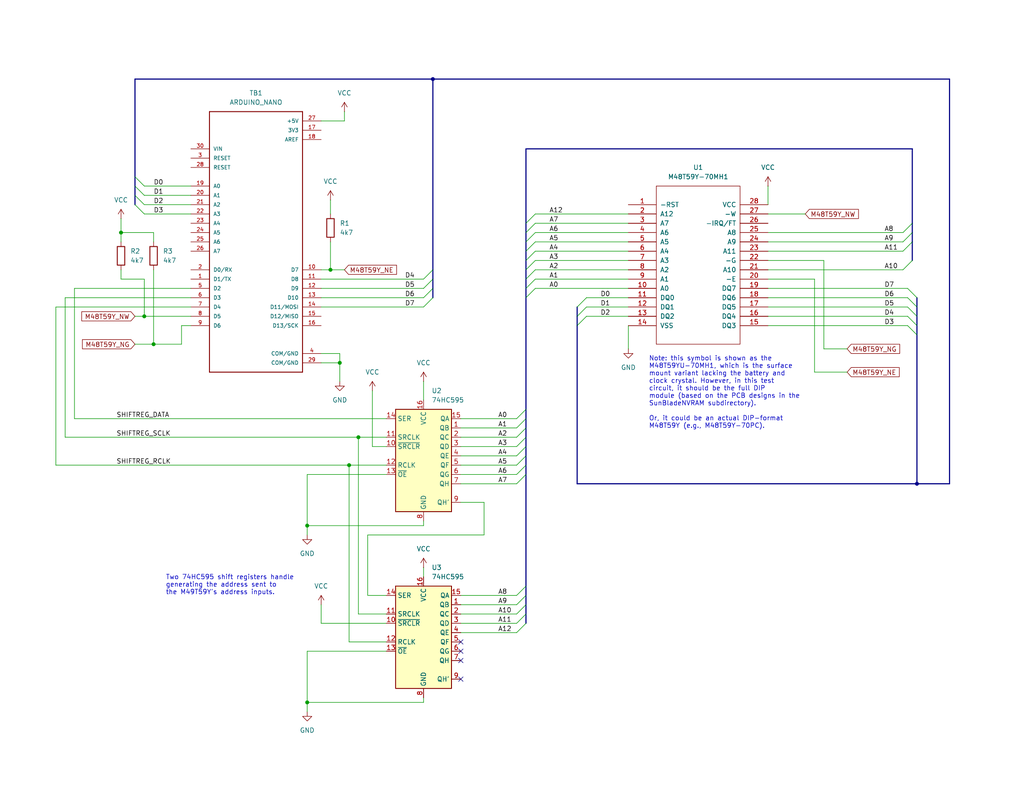
<source format=kicad_sch>
(kicad_sch (version 20231120) (generator "eeschema") (generator_version "8.0")
  (paper "USLetter")
  (title_block (title "SunBladeNVRAM test circuit") (company "daveho hacks"))
  (lib_symbols
    (symbol "74xx:74HC595"
      (property "Reference" "U" (at -7.62 13.97 0))
      (property "Value" "74HC595" (at -7.62 -16.51 0))
      (symbol "74HC595_1_0"
        (pin tri_state line (at 10.16 7.62 180) (length 2.54) (name "QB") (number "1"))
        (pin input line (at -10.16 2.54 0) (length 2.54) (name "~{SRCLR}") (number "10"))
        (pin input line (at -10.16 5.08 0) (length 2.54) (name "SRCLK") (number "11"))
        (pin input line (at -10.16 -2.54 0) (length 2.54) (name "RCLK") (number "12"))
        (pin input line (at -10.16 -5.08 0) (length 2.54) (name "~{OE}") (number "13"))
        (pin input line (at -10.16 10.16 0) (length 2.54) (name "SER") (number "14"))
        (pin tri_state line (at 10.16 10.16 180) (length 2.54) (name "QA") (number "15"))
        (pin power_in line (at 0 15.24 270) (length 2.54) (name "VCC") (number "16"))
        (pin tri_state line (at 10.16 5.08 180) (length 2.54) (name "QC") (number "2"))
        (pin tri_state line (at 10.16 2.54 180) (length 2.54) (name "QD") (number "3"))
        (pin tri_state line (at 10.16 0 180) (length 2.54) (name "QE") (number "4"))
        (pin tri_state line (at 10.16 -2.54 180) (length 2.54) (name "QF") (number "5"))
        (pin tri_state line (at 10.16 -5.08 180) (length 2.54) (name "QG") (number "6"))
        (pin tri_state line (at 10.16 -7.62 180) (length 2.54) (name "QH") (number "7"))
        (pin power_in line (at 0 -17.78 90) (length 2.54) (name "GND") (number "8"))
        (pin output line (at 10.16 -12.7 180) (length 2.54) (name "QH'") (number "9"))
      )
      (symbol "74HC595_1_1"
        (rectangle (start -7.62 12.7) (end 7.62 -15.24) (stroke (width 0.254)) (fill (type background)))
      )
    )
    (symbol "ARDUINO_NANO:ARDUINO_NANO" (pin_names (offset 1.016))
      (property "Reference" "TB" (at -12.7 35.56 0))
      (property "Value" "ARDUINO_NANO" (at -12.7 -38.1 0))
      (symbol "ARDUINO_NANO_0_0"
        (polyline (pts (xy -12.7 -35.56) (xy 12.7 -35.56)) (stroke (width 0.254)))
        (polyline (pts (xy -12.7 35.56) (xy -12.7 -35.56)) (stroke (width 0.254)))
        (polyline (pts (xy 12.7 -35.56) (xy 12.7 35.56)) (stroke (width 0.254)))
        (polyline (pts (xy 12.7 35.56) (xy -12.7 35.56)) (stroke (width 0.254)))
        (pin bidirectional line (at -17.78 -10.16 0) (length 5.08) (name "D1/TX") (number "1"))
        (pin bidirectional line (at 17.78 -7.62 180) (length 5.08) (name "D7") (number "10"))
        (pin bidirectional line (at 17.78 -10.16 180) (length 5.08) (name "D8") (number "11"))
        (pin bidirectional line (at 17.78 -12.7 180) (length 5.08) (name "D9") (number "12"))
        (pin bidirectional line (at 17.78 -15.24 180) (length 5.08) (name "D10") (number "13"))
        (pin bidirectional line (at 17.78 -17.78 180) (length 5.08) (name "D11/MOSI") (number "14"))
        (pin bidirectional line (at 17.78 -20.32 180) (length 5.08) (name "D12/MISO") (number "15"))
        (pin bidirectional line (at 17.78 -22.86 180) (length 5.08) (name "D13/SCK") (number "16"))
        (pin power_in line (at 17.78 30.48 180) (length 5.08) (name "3V3") (number "17"))
        (pin power_in line (at 17.78 27.94 180) (length 5.08) (name "AREF") (number "18"))
        (pin input line (at -17.78 15.24 0) (length 5.08) (name "A0") (number "19"))
        (pin bidirectional line (at -17.78 -7.62 0) (length 5.08) (name "D0/RX") (number "2"))
        (pin input line (at -17.78 12.7 0) (length 5.08) (name "A1") (number "20"))
        (pin input line (at -17.78 10.16 0) (length 5.08) (name "A2") (number "21"))
        (pin input line (at -17.78 7.62 0) (length 5.08) (name "A3") (number "22"))
        (pin input line (at -17.78 5.08 0) (length 5.08) (name "A4") (number "23"))
        (pin input line (at -17.78 2.54 0) (length 5.08) (name "A5") (number "24"))
        (pin input line (at -17.78 0 0) (length 5.08) (name "A6") (number "25"))
        (pin input line (at -17.78 -2.54 0) (length 5.08) (name "A7") (number "26"))
        (pin power_in line (at 17.78 33.02 180) (length 5.08) (name "+5V") (number "27"))
        (pin input line (at -17.78 20.32 0) (length 5.08) (name "RESET") (number "28"))
        (pin power_in line (at 17.78 -33.02 180) (length 5.08) (name "COM/GND") (number "29"))
        (pin input line (at -17.78 22.86 0) (length 5.08) (name "RESET") (number "3"))
        (pin input line (at -17.78 25.4 0) (length 5.08) (name "VIN") (number "30"))
        (pin power_in line (at 17.78 -30.48 180) (length 5.08) (name "COM/GND") (number "4"))
        (pin bidirectional line (at -17.78 -12.7 0) (length 5.08) (name "D2") (number "5"))
        (pin bidirectional line (at -17.78 -15.24 0) (length 5.08) (name "D3") (number "6"))
        (pin bidirectional line (at -17.78 -17.78 0) (length 5.08) (name "D4") (number "7"))
        (pin bidirectional line (at -17.78 -20.32 0) (length 5.08) (name "D5") (number "8"))
        (pin bidirectional line (at -17.78 -22.86 0) (length 5.08) (name "D6") (number "9"))
      )
    )
    (symbol "Device:R" (pin_numbers hide) (pin_names (offset 0))
      (property "Reference" "R" (at 2.032 0 90))
      (property "Value" "R" (at 0 0 90))
      (symbol "R_0_1"
        (rectangle (start -1.016 -2.54) (end 1.016 2.54) (stroke (width 0.254)))
      )
      (symbol "R_1_1"
        (pin passive line (at 0 3.81 270) (length 1.27) (name "~") (number "1"))
        (pin passive line (at 0 -3.81 90) (length 1.27) (name "~") (number "2"))
      )
    )
    (symbol "M48T59Y-70MH1:M48T59Y-70MH1" (pin_names (offset 1.016))
      (property "Reference" "U" (at 0 -2.54 0))
      (property "Value" "M48T59Y-70MH1" (at 0 2.54 0))
      (symbol "M48T59Y-70MH1_1_0"
        (rectangle (start -11.43 -21.59) (end 11.43 21.59))
      )
      (symbol "M48T59Y-70MH1_1_1"
        (pin input line (at -19.05 16.51 0) (length 7.62) (name "-RST") (number "1"))
        (pin input line (at -19.05 -6.35 0) (length 7.62) (name "A0") (number "10"))
        (pin bidirectional line (at -19.05 -8.89 0) (length 7.62) (name "DQ0") (number "11"))
        (pin bidirectional line (at -19.05 -11.43 0) (length 7.62) (name "DQ1") (number "12"))
        (pin bidirectional line (at -19.05 -13.97 0) (length 7.62) (name "DQ2") (number "13"))
        (pin power_in line (at -19.05 -16.51 0) (length 7.62) (name "VSS") (number "14"))
        (pin bidirectional line (at 19.05 -16.51 180) (length 7.62) (name "DQ3") (number "15"))
        (pin bidirectional line (at 19.05 -13.97 180) (length 7.62) (name "DQ4") (number "16"))
        (pin bidirectional line (at 19.05 -11.43 180) (length 7.62) (name "DQ5") (number "17"))
        (pin bidirectional line (at 19.05 -8.89 180) (length 7.62) (name "DQ6") (number "18"))
        (pin bidirectional line (at 19.05 -6.35 180) (length 7.62) (name "DQ7") (number "19"))
        (pin input line (at -19.05 13.97 0) (length 7.62) (name "A12") (number "2"))
        (pin input line (at 19.05 -3.81 180) (length 7.62) (name "-E") (number "20"))
        (pin input line (at 19.05 -1.27 180) (length 7.62) (name "A10") (number "21"))
        (pin input line (at 19.05 1.27 180) (length 7.62) (name "-G") (number "22"))
        (pin input line (at 19.05 3.81 180) (length 7.62) (name "A11") (number "23"))
        (pin input line (at 19.05 6.35 180) (length 7.62) (name "A9") (number "24"))
        (pin input line (at 19.05 8.89 180) (length 7.62) (name "A8") (number "25"))
        (pin output line (at 19.05 11.43 180) (length 7.62) (name "-IRQ/FT") (number "26"))
        (pin input line (at 19.05 13.97 180) (length 7.62) (name "-W") (number "27"))
        (pin power_in line (at 19.05 16.51 180) (length 7.62) (name "VCC") (number "28"))
        (pin input line (at -19.05 11.43 0) (length 7.62) (name "A7") (number "3"))
        (pin input line (at -19.05 8.89 0) (length 7.62) (name "A6") (number "4"))
        (pin input line (at -19.05 6.35 0) (length 7.62) (name "A5") (number "5"))
        (pin input line (at -19.05 3.81 0) (length 7.62) (name "A4") (number "6"))
        (pin input line (at -19.05 1.27 0) (length 7.62) (name "A3") (number "7"))
        (pin input line (at -19.05 -1.27 0) (length 7.62) (name "A2") (number "8"))
        (pin input line (at -19.05 -3.81 0) (length 7.62) (name "A1") (number "9"))
      )
    )
    (symbol "power:GND" (power) (pin_numbers hide) (pin_names (offset 0) hide)
      (property "Value" "GND" (at 0 -3.81 0))
      (symbol "GND_0_1"
        (polyline (pts (xy 0 0) (xy 0 -1.27) (xy 1.27 -1.27) (xy 0 -2.54) (xy -1.27 -1.27) (xy 0 -1.27)))
      )
      (symbol "GND_1_1"
        (pin power_in line (at 0 0 270) (length 0) (name "~") (number "1"))
      )
    )
    (symbol "power:VCC" (power) (pin_numbers hide) (pin_names (offset 0) hide)
      (property "Value" "VCC" (at 0 3.556 0))
      (symbol "VCC_0_1"
        (polyline (pts (xy -0.762 1.27) (xy 0 2.54)))
        (polyline (pts (xy 0 0) (xy 0 2.54)))
        (polyline (pts (xy 0 2.54) (xy 0.762 1.27)))
      )
      (symbol "VCC_1_1"
        (pin power_in line (at 0 0 90) (length 0) (name "~") (number "1"))
      )
    )
  )
  (junction (at 33.02 63.5))
  (junction (at 39.37 86.36))
  (junction (at 250.19 132.08))
  (junction (at 83.82 143.51))
  (junction (at 90.17 73.66))
  (junction (at 92.71 99.06))
  (junction (at 97.79 119.38))
  (junction (at 83.82 191.77))
  (junction (at 118.11 21.59))
  (junction (at 95.25 127))
  (junction (at 41.91 93.98))
  (no_connect (at 125.73 175.26))
  (no_connect (at 125.73 180.34))
  (no_connect (at 125.73 177.8))
  (no_connect (at 125.73 185.42))
  (bus_entry (at 140.97 162.56) (size 2.54 -2.54))
  (bus_entry (at 247.65 88.9) (size 2.54 2.54))
  (bus_entry (at 157.48 86.36) (size 2.54 -2.54))
  (bus_entry (at 157.48 83.82) (size 2.54 -2.54))
  (bus_entry (at 140.97 127) (size 2.54 -2.54))
  (bus_entry (at 143.51 63.5) (size 2.54 -2.54))
  (bus_entry (at 140.97 124.46) (size 2.54 -2.54))
  (bus_entry (at 246.38 66.04) (size 2.54 -2.54))
  (bus_entry (at 36.83 48.26) (size 2.54 2.54))
  (bus_entry (at 143.51 81.28) (size 2.54 -2.54))
  (bus_entry (at 246.38 63.5) (size 2.54 -2.54))
  (bus_entry (at 143.51 76.2) (size 2.54 -2.54))
  (bus_entry (at 36.83 55.88) (size 2.54 2.54))
  (bus_entry (at 247.65 83.82) (size 2.54 2.54))
  (bus_entry (at 115.57 81.28) (size 2.54 -2.54))
  (bus_entry (at 115.57 76.2) (size 2.54 -2.54))
  (bus_entry (at 36.83 50.8) (size 2.54 2.54))
  (bus_entry (at 143.51 71.12) (size 2.54 -2.54))
  (bus_entry (at 247.65 78.74) (size 2.54 2.54))
  (bus_entry (at 246.38 68.58) (size 2.54 -2.54))
  (bus_entry (at 157.48 88.9) (size 2.54 -2.54))
  (bus_entry (at 140.97 114.3) (size 2.54 -2.54))
  (bus_entry (at 36.83 53.34) (size 2.54 2.54))
  (bus_entry (at 143.51 60.96) (size 2.54 -2.54))
  (bus_entry (at 140.97 121.92) (size 2.54 -2.54))
  (bus_entry (at 143.51 66.04) (size 2.54 -2.54))
  (bus_entry (at 143.51 78.74) (size 2.54 -2.54))
  (bus_entry (at 247.65 81.28) (size 2.54 2.54))
  (bus_entry (at 140.97 172.72) (size 2.54 -2.54))
  (bus_entry (at 115.57 78.74) (size 2.54 -2.54))
  (bus_entry (at 143.51 73.66) (size 2.54 -2.54))
  (bus_entry (at 246.38 73.66) (size 2.54 -2.54))
  (bus_entry (at 140.97 165.1) (size 2.54 -2.54))
  (bus_entry (at 140.97 116.84) (size 2.54 -2.54))
  (bus_entry (at 140.97 132.08) (size 2.54 -2.54))
  (bus_entry (at 143.51 68.58) (size 2.54 -2.54))
  (bus_entry (at 140.97 129.54) (size 2.54 -2.54))
  (bus_entry (at 140.97 167.64) (size 2.54 -2.54))
  (bus_entry (at 115.57 83.82) (size 2.54 -2.54))
  (bus_entry (at 140.97 119.38) (size 2.54 -2.54))
  (bus_entry (at 247.65 86.36) (size 2.54 2.54))
  (bus_entry (at 140.97 170.18) (size 2.54 -2.54))
  (wire (pts (xy 209.55 83.82) (xy 247.65 83.82)))
  (bus (pts (xy 143.51 40.64) (xy 143.51 60.96)))
  (bus (pts (xy 157.48 83.82) (xy 157.48 86.36)))
  (wire (pts (xy 33.02 63.5) (xy 33.02 66.04)))
  (wire (pts (xy 125.73 127) (xy 140.97 127)))
  (bus (pts (xy 143.51 127) (xy 143.51 129.54)))
  (wire (pts (xy 146.05 66.04) (xy 171.45 66.04)))
  (bus (pts (xy 248.92 66.04) (xy 248.92 71.12)))
  (wire (pts (xy 87.63 81.28) (xy 115.57 81.28)))
  (bus (pts (xy 143.51 73.66) (xy 143.51 76.2)))
  (bus (pts (xy 157.48 132.08) (xy 250.19 132.08)))
  (wire (pts (xy 39.37 53.34) (xy 52.07 53.34)))
  (bus (pts (xy 259.08 21.59) (xy 118.11 21.59)))
  (bus (pts (xy 250.19 81.28) (xy 250.19 83.82)))
  (wire (pts (xy 132.08 137.16) (xy 132.08 146.05)))
  (wire (pts (xy 209.55 68.58) (xy 246.38 68.58)))
  (wire (pts (xy 90.17 66.04) (xy 90.17 73.66)))
  (wire (pts (xy 41.91 63.5) (xy 33.02 63.5)))
  (bus (pts (xy 36.83 48.26) (xy 36.83 50.8)))
  (wire (pts (xy 83.82 143.51) (xy 83.82 146.05)))
  (bus (pts (xy 143.51 119.38) (xy 143.51 121.92)))
  (wire (pts (xy 231.14 95.25) (xy 224.79 95.25)))
  (bus (pts (xy 118.11 78.74) (xy 118.11 81.28)))
  (wire (pts (xy 87.63 73.66) (xy 90.17 73.66)))
  (wire (pts (xy 97.79 167.64) (xy 97.79 119.38)))
  (wire (pts (xy 171.45 88.9) (xy 171.45 95.25)))
  (wire (pts (xy 125.73 170.18) (xy 140.97 170.18)))
  (wire (pts (xy 146.05 76.2) (xy 171.45 76.2)))
  (bus (pts (xy 143.51 165.1) (xy 143.51 167.64)))
  (bus (pts (xy 143.51 124.46) (xy 143.51 127)))
  (wire (pts (xy 105.41 167.64) (xy 97.79 167.64)))
  (wire (pts (xy 20.32 78.74) (xy 20.32 114.3)))
  (wire (pts (xy 83.82 191.77) (xy 115.57 191.77)))
  (bus (pts (xy 118.11 73.66) (xy 118.11 76.2)))
  (wire (pts (xy 160.02 83.82) (xy 171.45 83.82)))
  (bus (pts (xy 118.11 76.2) (xy 118.11 78.74)))
  (bus (pts (xy 248.92 40.64) (xy 248.92 60.96)))
  (wire (pts (xy 49.53 88.9) (xy 49.53 93.98)))
  (wire (pts (xy 209.55 50.8) (xy 209.55 55.88)))
  (wire (pts (xy 95.25 175.26) (xy 105.41 175.26)))
  (bus (pts (xy 250.19 88.9) (xy 250.19 91.44)))
  (wire (pts (xy 52.07 78.74) (xy 20.32 78.74)))
  (wire (pts (xy 39.37 55.88) (xy 52.07 55.88)))
  (wire (pts (xy 125.73 121.92) (xy 140.97 121.92)))
  (wire (pts (xy 115.57 104.14) (xy 115.57 109.22)))
  (bus (pts (xy 250.19 132.08) (xy 259.08 132.08)))
  (wire (pts (xy 83.82 129.54) (xy 83.82 143.51)))
  (wire (pts (xy 33.02 73.66) (xy 33.02 76.2)))
  (wire (pts (xy 105.41 127) (xy 95.25 127)))
  (bus (pts (xy 143.51 81.28) (xy 143.51 111.76)))
  (wire (pts (xy 209.55 73.66) (xy 246.38 73.66)))
  (wire (pts (xy 146.05 71.12) (xy 171.45 71.12)))
  (wire (pts (xy 115.57 190.5) (xy 115.57 191.77)))
  (wire (pts (xy 125.73 119.38) (xy 140.97 119.38)))
  (wire (pts (xy 160.02 81.28) (xy 171.45 81.28)))
  (wire (pts (xy 209.55 78.74) (xy 247.65 78.74)))
  (wire (pts (xy 146.05 58.42) (xy 171.45 58.42)))
  (wire (pts (xy 125.73 114.3) (xy 140.97 114.3)))
  (bus (pts (xy 250.19 91.44) (xy 250.19 132.08)))
  (bus (pts (xy 259.08 132.08) (xy 259.08 21.59)))
  (wire (pts (xy 146.05 63.5) (xy 171.45 63.5)))
  (wire (pts (xy 39.37 50.8) (xy 52.07 50.8)))
  (wire (pts (xy 146.05 60.96) (xy 171.45 60.96)))
  (wire (pts (xy 39.37 58.42) (xy 52.07 58.42)))
  (wire (pts (xy 87.63 99.06) (xy 92.71 99.06)))
  (bus (pts (xy 118.11 21.59) (xy 118.11 73.66)))
  (wire (pts (xy 87.63 78.74) (xy 115.57 78.74)))
  (bus (pts (xy 248.92 63.5) (xy 248.92 66.04)))
  (bus (pts (xy 36.83 21.59) (xy 36.83 48.26)))
  (wire (pts (xy 209.55 86.36) (xy 247.65 86.36)))
  (wire (pts (xy 125.73 162.56) (xy 140.97 162.56)))
  (wire (pts (xy 125.73 137.16) (xy 132.08 137.16)))
  (bus (pts (xy 248.92 40.64) (xy 143.51 40.64)))
  (wire (pts (xy 224.79 71.12) (xy 209.55 71.12)))
  (bus (pts (xy 143.51 111.76) (xy 143.51 114.3)))
  (wire (pts (xy 209.55 88.9) (xy 247.65 88.9)))
  (wire (pts (xy 125.73 129.54) (xy 140.97 129.54)))
  (wire (pts (xy 97.79 119.38) (xy 17.78 119.38)))
  (wire (pts (xy 146.05 73.66) (xy 171.45 73.66)))
  (wire (pts (xy 209.55 66.04) (xy 246.38 66.04)))
  (bus (pts (xy 157.48 88.9) (xy 157.48 132.08)))
  (bus (pts (xy 143.51 167.64) (xy 143.51 170.18)))
  (wire (pts (xy 146.05 78.74) (xy 171.45 78.74)))
  (wire (pts (xy 36.83 93.98) (xy 41.91 93.98)))
  (bus (pts (xy 143.51 162.56) (xy 143.51 165.1)))
  (wire (pts (xy 83.82 177.8) (xy 83.82 191.77)))
  (wire (pts (xy 222.25 76.2) (xy 222.25 101.6)))
  (bus (pts (xy 118.11 21.59) (xy 36.83 21.59)))
  (bus (pts (xy 143.51 121.92) (xy 143.51 124.46)))
  (wire (pts (xy 105.41 121.92) (xy 101.6 121.92)))
  (wire (pts (xy 49.53 88.9) (xy 52.07 88.9)))
  (wire (pts (xy 125.73 167.64) (xy 140.97 167.64)))
  (wire (pts (xy 115.57 142.24) (xy 115.57 143.51)))
  (wire (pts (xy 83.82 177.8) (xy 105.41 177.8)))
  (wire (pts (xy 95.25 127) (xy 15.24 127)))
  (wire (pts (xy 92.71 96.52) (xy 92.71 99.06)))
  (wire (pts (xy 20.32 114.3) (xy 105.41 114.3)))
  (wire (pts (xy 222.25 101.6) (xy 231.14 101.6)))
  (wire (pts (xy 146.05 68.58) (xy 171.45 68.58)))
  (wire (pts (xy 125.73 116.84) (xy 140.97 116.84)))
  (wire (pts (xy 39.37 76.2) (xy 39.37 86.36)))
  (bus (pts (xy 143.51 78.74) (xy 143.51 81.28)))
  (wire (pts (xy 209.55 63.5) (xy 246.38 63.5)))
  (wire (pts (xy 209.55 81.28) (xy 247.65 81.28)))
  (wire (pts (xy 15.24 83.82) (xy 52.07 83.82)))
  (bus (pts (xy 36.83 50.8) (xy 36.83 53.34)))
  (bus (pts (xy 143.51 60.96) (xy 143.51 63.5)))
  (bus (pts (xy 248.92 60.96) (xy 248.92 63.5)))
  (wire (pts (xy 87.63 96.52) (xy 92.71 96.52)))
  (wire (pts (xy 100.33 146.05) (xy 132.08 146.05)))
  (bus (pts (xy 143.51 116.84) (xy 143.51 119.38)))
  (bus (pts (xy 143.51 76.2) (xy 143.51 78.74)))
  (wire (pts (xy 41.91 73.66) (xy 41.91 93.98)))
  (wire (pts (xy 87.63 165.1) (xy 87.63 170.18)))
  (wire (pts (xy 105.41 119.38) (xy 97.79 119.38)))
  (bus (pts (xy 157.48 86.36) (xy 157.48 88.9)))
  (wire (pts (xy 101.6 106.68) (xy 101.6 121.92)))
  (wire (pts (xy 115.57 143.51) (xy 83.82 143.51)))
  (wire (pts (xy 100.33 162.56) (xy 105.41 162.56)))
  (wire (pts (xy 115.57 154.94) (xy 115.57 157.48)))
  (wire (pts (xy 87.63 83.82) (xy 115.57 83.82)))
  (wire (pts (xy 209.55 76.2) (xy 222.25 76.2)))
  (wire (pts (xy 36.83 86.36) (xy 39.37 86.36)))
  (bus (pts (xy 250.19 86.36) (xy 250.19 88.9)))
  (bus (pts (xy 143.51 160.02) (xy 143.51 162.56)))
  (wire (pts (xy 125.73 165.1) (xy 140.97 165.1)))
  (wire (pts (xy 125.73 132.08) (xy 140.97 132.08)))
  (wire (pts (xy 90.17 54.61) (xy 90.17 58.42)))
  (wire (pts (xy 41.91 93.98) (xy 49.53 93.98)))
  (wire (pts (xy 92.71 99.06) (xy 92.71 104.14)))
  (wire (pts (xy 33.02 76.2) (xy 39.37 76.2)))
  (bus (pts (xy 143.51 71.12) (xy 143.51 73.66)))
  (bus (pts (xy 143.51 63.5) (xy 143.51 66.04)))
  (bus (pts (xy 143.51 66.04) (xy 143.51 68.58)))
  (wire (pts (xy 39.37 86.36) (xy 52.07 86.36)))
  (bus (pts (xy 143.51 68.58) (xy 143.51 71.12)))
  (wire (pts (xy 125.73 172.72) (xy 140.97 172.72)))
  (bus (pts (xy 143.51 129.54) (xy 143.51 160.02)))
  (wire (pts (xy 83.82 129.54) (xy 105.41 129.54)))
  (wire (pts (xy 87.63 76.2) (xy 115.57 76.2)))
  (wire (pts (xy 83.82 191.77) (xy 83.82 194.31)))
  (wire (pts (xy 209.55 58.42) (xy 219.71 58.42)))
  (bus (pts (xy 36.83 53.34) (xy 36.83 55.88)))
  (wire (pts (xy 41.91 66.04) (xy 41.91 63.5)))
  (bus (pts (xy 143.51 114.3) (xy 143.51 116.84)))
  (wire (pts (xy 15.24 127) (xy 15.24 83.82)))
  (wire (pts (xy 90.17 73.66) (xy 93.98 73.66)))
  (wire (pts (xy 17.78 81.28) (xy 52.07 81.28)))
  (wire (pts (xy 17.78 119.38) (xy 17.78 81.28)))
  (wire (pts (xy 160.02 86.36) (xy 171.45 86.36)))
  (wire (pts (xy 87.63 33.02) (xy 93.98 33.02)))
  (wire (pts (xy 95.25 175.26) (xy 95.25 127)))
  (wire (pts (xy 105.41 170.18) (xy 87.63 170.18)))
  (wire (pts (xy 33.02 59.69) (xy 33.02 63.5)))
  (wire (pts (xy 100.33 146.05) (xy 100.33 162.56)))
  (wire (pts (xy 93.98 30.48) (xy 93.98 33.02)))
  (bus (pts (xy 250.19 83.82) (xy 250.19 86.36)))
  (wire (pts (xy 224.79 95.25) (xy 224.79 71.12)))
  (wire (pts (xy 125.73 124.46) (xy 140.97 124.46)))
  (text "Note: this symbol is shown as the\nM48T59YU-70MH1, which is the surface\nmount variant lacking the battery and\nclock crystal. However, in this test\ncircuit, it should be the full DIP\nmodule (based on the PCB designs in the\nSunBladeNVRAM subdirectory).\n\nOr, it could be an actual DIP-format\nM48T59Y (e.g., M48T59Y-70PC)." (at 177.038 107.188 0) (effects (font (size 1.27 1.27)) (justify left)))
  (text "Two 74HC595 shift registers handle\ngenerating the address sent to\nthe M49T59Y's address inputs." (at 45.212 159.766 0) (effects (font (size 1.27 1.27)) (justify left)))
  (label "D4" (at 110.49 76.2 0))
  (label "D5" (at 241.3 83.82 0))
  (label "D1" (at 163.83 83.82 0))
  (label "D0" (at 41.91 50.8 0))
  (label "A4" (at 135.89 124.46 0))
  (label "A11" (at 241.3 68.58 0))
  (label "D0" (at 163.83 81.28 0))
  (label "D5" (at 110.49 78.74 0))
  (label "A7" (at 149.86 60.96 0))
  (label "A4" (at 149.86 68.58 0))
  (label "SHIFTREG_SCLK" (at 31.75 119.38 0))
  (label "A9" (at 135.89 165.1 0))
  (label "A10" (at 241.3 73.66 0))
  (label "D3" (at 41.91 58.42 0))
  (label "A6" (at 135.89 129.54 0))
  (label "A6" (at 149.86 63.5 0))
  (label "A1" (at 135.89 116.84 0))
  (label "A7" (at 135.89 132.08 0))
  (label "A8" (at 241.3 63.5 0))
  (label "A2" (at 149.86 73.66 0))
  (label "A0" (at 135.89 114.3 0))
  (label "D2" (at 163.83 86.36 0))
  (label "D7" (at 110.49 83.82 0))
  (label "D6" (at 241.3 81.28 0))
  (label "A10" (at 135.89 167.64 0))
  (label "SHIFTREG_DATA" (at 31.75 114.3 0))
  (label "A12" (at 135.89 172.72 0))
  (label "D1" (at 41.91 53.34 0))
  (label "A8" (at 135.89 162.56 0))
  (label "A5" (at 135.89 127 0))
  (label "A5" (at 149.86 66.04 0))
  (label "A1" (at 149.86 76.2 0))
  (label "D6" (at 110.49 81.28 0))
  (label "A3" (at 135.89 121.92 0))
  (label "A2" (at 135.89 119.38 0))
  (label "A3" (at 149.86 71.12 0))
  (label "D2" (at 41.91 55.88 0))
  (label "SHIFTREG_RCLK" (at 31.75 127 0))
  (label "A11" (at 135.89 170.18 0))
  (label "A12" (at 149.86 58.42 0))
  (label "D3" (at 241.3 88.9 0))
  (label "A0" (at 149.86 78.74 0))
  (label "D7" (at 241.3 78.74 0))
  (label "D4" (at 241.3 86.36 0))
  (label "A9" (at 241.3 66.04 0))
  (global_label "M48T59Y_NE" (shape input) (at 231.14 101.6 0) (property "Intersheetrefs" "${INTERSHEET_REFS}" (effects (hide yes))))
  (global_label "M48T59Y_NW" (shape input) (at 219.71 58.42 0) (property "Intersheetrefs" "${INTERSHEET_REFS}" (effects (hide yes))))
  (global_label "M48T59Y_NG" (shape input) (at 36.83 93.98 180) (property "Intersheetrefs" "${INTERSHEET_REFS}" (effects (hide yes))))
  (global_label "M48T59Y_NG" (shape input) (at 231.14 95.25 0) (property "Intersheetrefs" "${INTERSHEET_REFS}" (effects (hide yes))))
  (global_label "M48T59Y_NW" (shape input) (at 36.83 86.36 180) (property "Intersheetrefs" "${INTERSHEET_REFS}" (effects (hide yes))))
  (global_label "M48T59Y_NE" (shape input) (at 93.98 73.66 0) (property "Intersheetrefs" "${INTERSHEET_REFS}" (effects (hide yes))))
  (symbol (lib_id "power:GND") (at 92.71 104.14 0) (unit 1)
    (property "Reference" "#PWR08" (effects (hide yes)))
    (property "Value" "GND" (at 92.71 109.22 0))
    (property "Description" "Power symbol creates a global label with name \"GND\" , ground" (effects (hide yes)))
  )
  (symbol (lib_id "power:GND") (at 83.82 146.05 0) (unit 1)
    (property "Reference" "#PWR02" (effects (hide yes)))
    (property "Value" "GND" (at 83.82 151.13 0))
    (property "Description" "Power symbol creates a global label with name \"GND\" , ground" (effects (hide yes)))
  )
  (symbol (lib_id "power:VCC") (at 33.02 59.69 0) (unit 1)
    (property "Reference" "#PWR012" (effects (hide yes)))
    (property "Value" "VCC" (at 33.02 54.61 0))
    (property "Description" "Power symbol creates a global label with name \"VCC\"" (effects (hide yes)))
  )
  (symbol (lib_id "74xx:74HC595") (at 115.57 124.46 0) (unit 1)
    (property "Reference" "U2" (at 117.7641 106.68 0) (effects (justify left)))
    (property "Value" "74HC595" (at 117.7641 109.22 0) (effects (justify left)))
    (property "Datasheet" "http://www.ti.com/lit/ds/symlink/sn74hc595.pdf" (effects (hide yes)))
    (property "Description" "8-bit serial in/out Shift Register 3-State Outputs" (effects (hide yes)))
  )
  (symbol (lib_id "Device:R") (at 33.02 69.85 0) (unit 1)
    (property "Reference" "R2" (at 35.56 68.5799 0) (effects (justify left)))
    (property "Value" "4k7" (at 35.56 71.1199 0) (effects (justify left)))
    (property "Description" "Resistor" (effects (hide yes)))
  )
  (symbol (lib_id "power:GND") (at 83.82 194.31 0) (unit 1)
    (property "Reference" "#PWR03" (effects (hide yes)))
    (property "Value" "GND" (at 83.82 199.39 0))
    (property "Description" "Power symbol creates a global label with name \"GND\" , ground" (effects (hide yes)))
  )
  (symbol (lib_id "ARDUINO_NANO:ARDUINO_NANO") (at 69.85 66.04 0) (unit 1)
    (property "Reference" "TB1" (at 69.85 25.4 0))
    (property "Value" "ARDUINO_NANO" (at 69.85 27.94 0))
    (property "Footprint" "SHIELD_ARDUINO_NANO" (effects (hide yes)))
    (property "Datasheet" "DFRobot" (effects (hide yes)))
    (property "Field5" "Dev.kit: Arduino; UART; ICSP, USB B mini, pin strips" (effects (hide yes)))
    (property "Field6" "None" (effects (hide yes)))
    (property "Field7" "None" (effects (hide yes)))
    (property "Field8" "ARDUINO NANO" (effects (hide yes)))
    (property "Field9" "Unavailable" (effects (hide yes)))
  )
  (symbol (lib_id "Device:R") (at 90.17 62.23 0) (unit 1)
    (property "Reference" "R1" (at 92.71 60.9599 0) (effects (justify left)))
    (property "Value" "4k7" (at 92.71 63.4999 0) (effects (justify left)))
    (property "Description" "Resistor" (effects (hide yes)))
  )
  (symbol (lib_id "M48T59Y-70MH1:M48T59Y-70MH1") (at 190.5 72.39 0) (unit 1)
    (property "Reference" "U1" (at 190.5 45.72 0))
    (property "Value" "M48T59Y-70MH1" (at 190.5 48.26 0))
    (property "Footprint" "MODULE" (effects (hide yes)))
    (property "Datasheet" "DOCUMENTATION" (effects (hide yes)))
  )
  (symbol (lib_id "power:GND") (at 171.45 95.25 0) (unit 1)
    (property "Reference" "#PWR06" (effects (hide yes)))
    (property "Value" "GND" (at 171.45 100.33 0))
    (property "Description" "Power symbol creates a global label with name \"GND\" , ground" (effects (hide yes)))
  )
  (symbol (lib_id "74xx:74HC595") (at 115.57 172.72 0) (unit 1)
    (property "Reference" "U3" (at 117.7641 154.94 0) (effects (justify left)))
    (property "Value" "74HC595" (at 117.7641 157.48 0) (effects (justify left)))
    (property "Datasheet" "http://www.ti.com/lit/ds/symlink/sn74hc595.pdf" (effects (hide yes)))
    (property "Description" "8-bit serial in/out Shift Register 3-State Outputs" (effects (hide yes)))
  )
  (symbol (lib_id "power:VCC") (at 115.57 154.94 0) (unit 1)
    (property "Reference" "#PWR010" (effects (hide yes)))
    (property "Value" "VCC" (at 115.57 149.86 0))
    (property "Description" "Power symbol creates a global label with name \"VCC\"" (effects (hide yes)))
  )
  (symbol (lib_id "power:VCC") (at 87.63 165.1 0) (unit 1)
    (property "Reference" "#PWR04" (effects (hide yes)))
    (property "Value" "VCC" (at 87.63 160.02 0))
    (property "Description" "Power symbol creates a global label with name \"VCC\"" (effects (hide yes)))
  )
  (symbol (lib_id "power:VCC") (at 90.17 54.61 0) (unit 1)
    (property "Reference" "#PWR011" (effects (hide yes)))
    (property "Value" "VCC" (at 90.17 49.53 0))
    (property "Description" "Power symbol creates a global label with name \"VCC\"" (effects (hide yes)))
  )
  (symbol (lib_id "power:VCC") (at 115.57 104.14 0) (unit 1)
    (property "Reference" "#PWR09" (effects (hide yes)))
    (property "Value" "VCC" (at 115.57 99.06 0))
    (property "Description" "Power symbol creates a global label with name \"VCC\"" (effects (hide yes)))
  )
  (symbol (lib_id "Device:R") (at 41.91 69.85 0) (unit 1)
    (property "Reference" "R3" (at 44.45 68.5799 0) (effects (justify left)))
    (property "Value" "4k7" (at 44.45 71.1199 0) (effects (justify left)))
    (property "Description" "Resistor" (effects (hide yes)))
  )
  (symbol (lib_id "power:VCC") (at 209.55 50.8 0) (unit 1)
    (property "Reference" "#PWR05" (effects (hide yes)))
    (property "Value" "VCC" (at 209.55 45.72 0))
    (property "Description" "Power symbol creates a global label with name \"VCC\"" (effects (hide yes)))
  )
  (symbol (lib_id "power:VCC") (at 101.6 106.68 0) (unit 1)
    (property "Reference" "#PWR01" (effects (hide yes)))
    (property "Value" "VCC" (at 101.6 101.6 0))
    (property "Description" "Power symbol creates a global label with name \"VCC\"" (effects (hide yes)))
  )
  (symbol (lib_id "power:VCC") (at 93.98 30.48 0) (unit 1)
    (property "Reference" "#PWR07" (effects (hide yes)))
    (property "Value" "VCC" (at 93.98 25.4 0))
    (property "Description" "Power symbol creates a global label with name \"VCC\"" (effects (hide yes)))
  )
)
</source>
